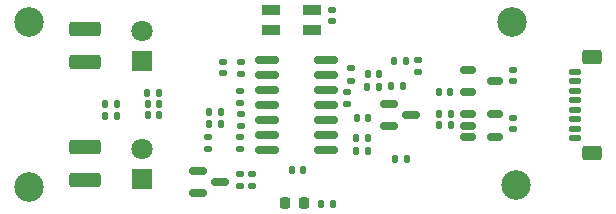
<source format=gbr>
%TF.GenerationSoftware,KiCad,Pcbnew,7.0.10+1*%
%TF.CreationDate,2024-03-12T10:53:23+01:00*%
%TF.ProjectId,IR-sensor,49522d73-656e-4736-9f72-2e6b69636164,rev?*%
%TF.SameCoordinates,Original*%
%TF.FileFunction,Soldermask,Top*%
%TF.FilePolarity,Negative*%
%FSLAX46Y46*%
G04 Gerber Fmt 4.6, Leading zero omitted, Abs format (unit mm)*
G04 Created by KiCad (PCBNEW 7.0.10+1) date 2024-03-12 10:53:23*
%MOMM*%
%LPD*%
G01*
G04 APERTURE LIST*
G04 Aperture macros list*
%AMRoundRect*
0 Rectangle with rounded corners*
0 $1 Rounding radius*
0 $2 $3 $4 $5 $6 $7 $8 $9 X,Y pos of 4 corners*
0 Add a 4 corners polygon primitive as box body*
4,1,4,$2,$3,$4,$5,$6,$7,$8,$9,$2,$3,0*
0 Add four circle primitives for the rounded corners*
1,1,$1+$1,$2,$3*
1,1,$1+$1,$4,$5*
1,1,$1+$1,$6,$7*
1,1,$1+$1,$8,$9*
0 Add four rect primitives between the rounded corners*
20,1,$1+$1,$2,$3,$4,$5,0*
20,1,$1+$1,$4,$5,$6,$7,0*
20,1,$1+$1,$6,$7,$8,$9,0*
20,1,$1+$1,$8,$9,$2,$3,0*%
G04 Aperture macros list end*
%ADD10RoundRect,0.218750X-0.218750X-0.256250X0.218750X-0.256250X0.218750X0.256250X-0.218750X0.256250X0*%
%ADD11C,2.500000*%
%ADD12RoundRect,0.125000X-0.425000X0.125000X-0.425000X-0.125000X0.425000X-0.125000X0.425000X0.125000X0*%
%ADD13RoundRect,0.250000X-0.600000X0.350000X-0.600000X-0.350000X0.600000X-0.350000X0.600000X0.350000X0*%
%ADD14R,1.600000X0.850000*%
%ADD15RoundRect,0.135000X-0.185000X0.135000X-0.185000X-0.135000X0.185000X-0.135000X0.185000X0.135000X0*%
%ADD16RoundRect,0.140000X0.140000X0.170000X-0.140000X0.170000X-0.140000X-0.170000X0.140000X-0.170000X0*%
%ADD17R,1.800000X1.800000*%
%ADD18C,1.800000*%
%ADD19RoundRect,0.140000X-0.170000X0.140000X-0.170000X-0.140000X0.170000X-0.140000X0.170000X0.140000X0*%
%ADD20RoundRect,0.135000X0.185000X-0.135000X0.185000X0.135000X-0.185000X0.135000X-0.185000X-0.135000X0*%
%ADD21RoundRect,0.135000X-0.135000X-0.185000X0.135000X-0.185000X0.135000X0.185000X-0.135000X0.185000X0*%
%ADD22RoundRect,0.150000X-0.825000X-0.150000X0.825000X-0.150000X0.825000X0.150000X-0.825000X0.150000X0*%
%ADD23RoundRect,0.150000X-0.512500X-0.150000X0.512500X-0.150000X0.512500X0.150000X-0.512500X0.150000X0*%
%ADD24RoundRect,0.150000X-0.587500X-0.150000X0.587500X-0.150000X0.587500X0.150000X-0.587500X0.150000X0*%
%ADD25RoundRect,0.135000X0.135000X0.185000X-0.135000X0.185000X-0.135000X-0.185000X0.135000X-0.185000X0*%
%ADD26RoundRect,0.140000X-0.140000X-0.170000X0.140000X-0.170000X0.140000X0.170000X-0.140000X0.170000X0*%
%ADD27RoundRect,0.250000X1.075000X-0.375000X1.075000X0.375000X-1.075000X0.375000X-1.075000X-0.375000X0*%
%ADD28RoundRect,0.140000X0.170000X-0.140000X0.170000X0.140000X-0.170000X0.140000X-0.170000X-0.140000X0*%
G04 APERTURE END LIST*
D10*
%TO.C,D3*%
X74652500Y-68350000D03*
X76227500Y-68350000D03*
%TD*%
D11*
%TO.C,H4*%
X53000000Y-67000000D03*
%TD*%
D12*
%TO.C,J1*%
X99225000Y-57225000D03*
X99225000Y-58025000D03*
X99225000Y-58825000D03*
X99225000Y-59625000D03*
X99225000Y-60425000D03*
X99225000Y-61225000D03*
X99225000Y-62025000D03*
X99225000Y-62825000D03*
D13*
X100625000Y-55925000D03*
X100625000Y-64125000D03*
%TD*%
D14*
%TO.C,D4*%
X73430000Y-51960000D03*
X73430000Y-53710000D03*
X76930000Y-53710000D03*
X76930000Y-51960000D03*
%TD*%
D15*
%TO.C,R3*%
X70875000Y-60815000D03*
X70875000Y-61835000D03*
%TD*%
D16*
%TO.C,C7*%
X63955000Y-59945000D03*
X62995000Y-59945000D03*
%TD*%
D17*
%TO.C,D5*%
X62535000Y-56275000D03*
D18*
X62535000Y-53735000D03*
%TD*%
D19*
%TO.C,C5*%
X93925000Y-57045000D03*
X93925000Y-58005000D03*
%TD*%
D20*
%TO.C,R12*%
X71835000Y-66905000D03*
X71835000Y-65885000D03*
%TD*%
D21*
%TO.C,R9*%
X59420000Y-60940000D03*
X60440000Y-60940000D03*
%TD*%
D22*
%TO.C,U1*%
X73150000Y-56190000D03*
X73150000Y-57460000D03*
X73150000Y-58730000D03*
X73150000Y-60000000D03*
X73150000Y-61270000D03*
X73150000Y-62540000D03*
X73150000Y-63810000D03*
X78100000Y-63810000D03*
X78100000Y-62540000D03*
X78100000Y-61270000D03*
X78100000Y-60000000D03*
X78100000Y-58730000D03*
X78100000Y-57460000D03*
X78100000Y-56190000D03*
%TD*%
D23*
%TO.C,U2*%
X90127500Y-57045000D03*
X90127500Y-58945000D03*
X92402500Y-57995000D03*
%TD*%
D24*
%TO.C,Q1*%
X67252500Y-65620000D03*
X67252500Y-67520000D03*
X69127500Y-66570000D03*
%TD*%
D21*
%TO.C,R13*%
X77715000Y-68435000D03*
X78735000Y-68435000D03*
%TD*%
D11*
%TO.C,H3*%
X53000000Y-53000000D03*
%TD*%
D20*
%TO.C,R1*%
X70945000Y-57385000D03*
X70945000Y-56365000D03*
%TD*%
D25*
%TO.C,R18*%
X84880000Y-56295000D03*
X83860000Y-56295000D03*
%TD*%
D26*
%TO.C,C18*%
X87705000Y-60785000D03*
X88665000Y-60785000D03*
%TD*%
D25*
%TO.C,R7*%
X84650000Y-58460000D03*
X83630000Y-58460000D03*
%TD*%
D21*
%TO.C,R11*%
X59405000Y-59945000D03*
X60425000Y-59945000D03*
%TD*%
D24*
%TO.C,Q2*%
X83457500Y-59925000D03*
X83457500Y-61825000D03*
X85332500Y-60875000D03*
%TD*%
D16*
%TO.C,C13*%
X82585000Y-57385000D03*
X81625000Y-57385000D03*
%TD*%
D27*
%TO.C,D1*%
X57670000Y-66400000D03*
X57670000Y-63600000D03*
%TD*%
D20*
%TO.C,R8*%
X70825000Y-66915000D03*
X70825000Y-65895000D03*
%TD*%
D17*
%TO.C,D6*%
X62535000Y-66275000D03*
D18*
X62535000Y-63735000D03*
%TD*%
D20*
%TO.C,R16*%
X80225000Y-57955000D03*
X80225000Y-56935000D03*
%TD*%
D21*
%TO.C,R14*%
X68221000Y-60627000D03*
X69241000Y-60627000D03*
%TD*%
D25*
%TO.C,R6*%
X84970000Y-64635000D03*
X83950000Y-64635000D03*
%TD*%
D26*
%TO.C,C9*%
X80715000Y-61105000D03*
X81675000Y-61105000D03*
%TD*%
D21*
%TO.C,R4*%
X80615000Y-63965000D03*
X81635000Y-63965000D03*
%TD*%
D26*
%TO.C,C8*%
X75235000Y-65515000D03*
X76195000Y-65515000D03*
%TD*%
D27*
%TO.C,D2*%
X57700000Y-56400000D03*
X57700000Y-53600000D03*
%TD*%
D19*
%TO.C,C3*%
X78585000Y-51975000D03*
X78585000Y-52935000D03*
%TD*%
D25*
%TO.C,R17*%
X82605000Y-58485000D03*
X81585000Y-58485000D03*
%TD*%
D11*
%TO.C,H2*%
X94175000Y-66775000D03*
%TD*%
D26*
%TO.C,C16*%
X87705000Y-61725000D03*
X88665000Y-61725000D03*
%TD*%
D28*
%TO.C,C1*%
X69385000Y-57345000D03*
X69385000Y-56385000D03*
%TD*%
D19*
%TO.C,C2*%
X70865000Y-58865000D03*
X70865000Y-59825000D03*
%TD*%
D21*
%TO.C,R15*%
X68165000Y-61675000D03*
X69185000Y-61675000D03*
%TD*%
D15*
%TO.C,R2*%
X70865000Y-62715000D03*
X70865000Y-63735000D03*
%TD*%
D26*
%TO.C,C12*%
X87685000Y-58955000D03*
X88645000Y-58955000D03*
%TD*%
D19*
%TO.C,C11*%
X85855000Y-56240000D03*
X85855000Y-57200000D03*
%TD*%
D16*
%TO.C,C4*%
X63955000Y-60895000D03*
X62995000Y-60895000D03*
%TD*%
D19*
%TO.C,C6*%
X68140000Y-62780000D03*
X68140000Y-63740000D03*
%TD*%
D21*
%TO.C,R5*%
X80675000Y-62795000D03*
X81695000Y-62795000D03*
%TD*%
D16*
%TO.C,C14*%
X63945000Y-58985000D03*
X62985000Y-58985000D03*
%TD*%
D19*
%TO.C,C10*%
X79925000Y-58965000D03*
X79925000Y-59925000D03*
%TD*%
D11*
%TO.C,H1*%
X93875000Y-52975000D03*
%TD*%
D23*
%TO.C,U4*%
X90147500Y-60815000D03*
X90147500Y-61765000D03*
X90147500Y-62715000D03*
X92422500Y-62715000D03*
X92422500Y-60815000D03*
%TD*%
D28*
%TO.C,C17*%
X93955000Y-62085000D03*
X93955000Y-61125000D03*
%TD*%
M02*

</source>
